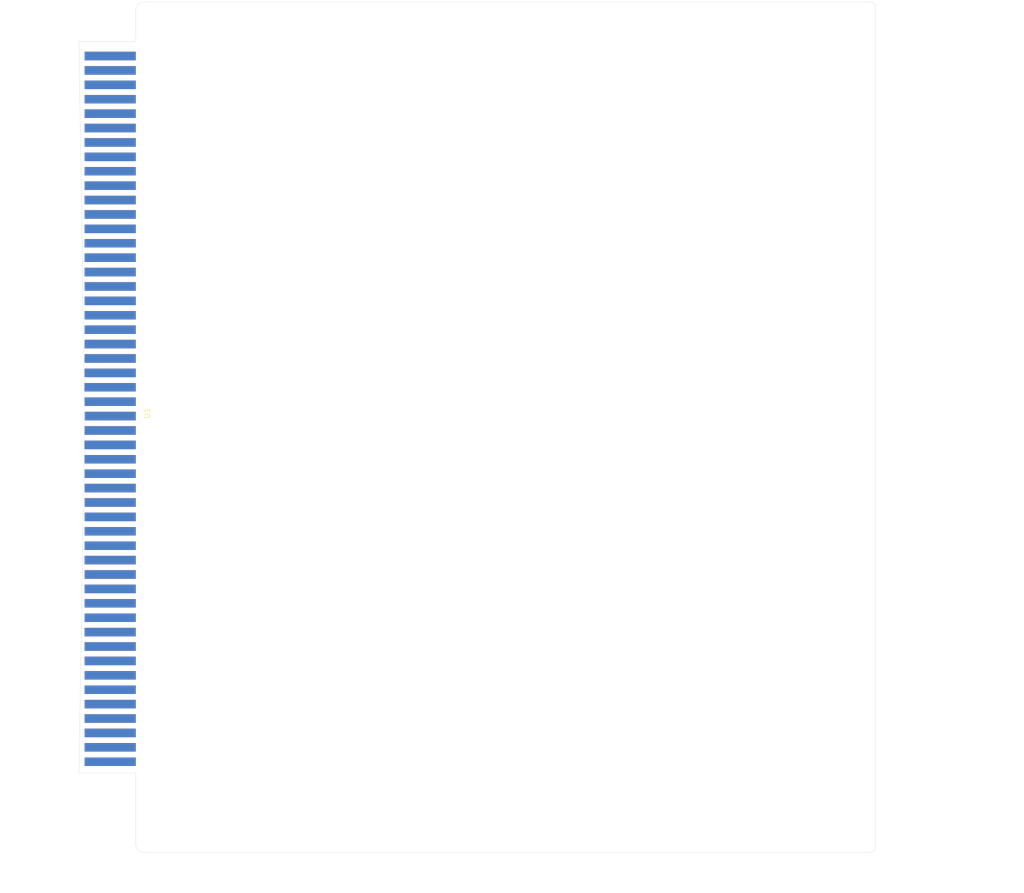
<source format=kicad_pcb>
(kicad_pcb (version 20171130) (host pcbnew "(5.1.6-0-10_14)")

  (general
    (thickness 1.6)
    (drawings 21)
    (tracks 0)
    (zones 0)
    (modules 1)
    (nets 101)
  )

  (page A4)
  (layers
    (0 F.Cu signal)
    (31 B.Cu signal)
    (32 B.Adhes user)
    (33 F.Adhes user)
    (34 B.Paste user)
    (35 F.Paste user)
    (36 B.SilkS user)
    (37 F.SilkS user)
    (38 B.Mask user)
    (39 F.Mask user)
    (40 Dwgs.User user)
    (41 Cmts.User user)
    (42 Eco1.User user)
    (43 Eco2.User user)
    (44 Edge.Cuts user)
    (45 Margin user)
    (46 B.CrtYd user)
    (47 F.CrtYd user)
    (48 B.Fab user)
    (49 F.Fab user)
  )

  (setup
    (last_trace_width 0.25)
    (trace_clearance 0.2)
    (zone_clearance 0.508)
    (zone_45_only no)
    (trace_min 0.2)
    (via_size 0.8)
    (via_drill 0.4)
    (via_min_size 0.4)
    (via_min_drill 0.3)
    (uvia_size 0.3)
    (uvia_drill 0.1)
    (uvias_allowed no)
    (uvia_min_size 0.2)
    (uvia_min_drill 0.1)
    (edge_width 0.05)
    (segment_width 0.2)
    (pcb_text_width 0.3)
    (pcb_text_size 1.5 1.5)
    (mod_edge_width 0.12)
    (mod_text_size 1 1)
    (mod_text_width 0.15)
    (pad_size 1.524 1.524)
    (pad_drill 0.762)
    (pad_to_mask_clearance 0.05)
    (aux_axis_origin 0 0)
    (visible_elements FFFFFF7F)
    (pcbplotparams
      (layerselection 0x010fc_ffffffff)
      (usegerberextensions false)
      (usegerberattributes true)
      (usegerberadvancedattributes true)
      (creategerberjobfile true)
      (excludeedgelayer true)
      (linewidth 0.100000)
      (plotframeref false)
      (viasonmask false)
      (mode 1)
      (useauxorigin false)
      (hpglpennumber 1)
      (hpglpenspeed 20)
      (hpglpendiameter 15.000000)
      (psnegative false)
      (psa4output false)
      (plotreference true)
      (plotvalue true)
      (plotinvisibletext false)
      (padsonsilk false)
      (subtractmaskfromsilk false)
      (outputformat 1)
      (mirror false)
      (drillshape 1)
      (scaleselection 1)
      (outputdirectory ""))
  )

  (net 0 "")
  (net 1 "Net-(U1-Pad100)")
  (net 2 "Net-(U1-Pad99)")
  (net 3 "Net-(U1-Pad98)")
  (net 4 "Net-(U1-Pad97)")
  (net 5 "Net-(U1-Pad96)")
  (net 6 "Net-(U1-Pad95)")
  (net 7 "Net-(U1-Pad94)")
  (net 8 "Net-(U1-Pad93)")
  (net 9 "Net-(U1-Pad92)")
  (net 10 "Net-(U1-Pad91)")
  (net 11 "Net-(U1-Pad90)")
  (net 12 "Net-(U1-Pad89)")
  (net 13 "Net-(U1-Pad88)")
  (net 14 "Net-(U1-Pad87)")
  (net 15 "Net-(U1-Pad86)")
  (net 16 "Net-(U1-Pad85)")
  (net 17 "Net-(U1-Pad84)")
  (net 18 "Net-(U1-Pad83)")
  (net 19 "Net-(U1-Pad82)")
  (net 20 "Net-(U1-Pad81)")
  (net 21 "Net-(U1-Pad80)")
  (net 22 "Net-(U1-Pad79)")
  (net 23 "Net-(U1-Pad78)")
  (net 24 "Net-(U1-Pad77)")
  (net 25 "Net-(U1-Pad76)")
  (net 26 "Net-(U1-Pad75)")
  (net 27 "Net-(U1-Pad74)")
  (net 28 "Net-(U1-Pad73)")
  (net 29 "Net-(U1-Pad72)")
  (net 30 "Net-(U1-Pad71)")
  (net 31 "Net-(U1-Pad70)")
  (net 32 "Net-(U1-Pad69)")
  (net 33 "Net-(U1-Pad68)")
  (net 34 "Net-(U1-Pad67)")
  (net 35 "Net-(U1-Pad66)")
  (net 36 "Net-(U1-Pad65)")
  (net 37 "Net-(U1-Pad64)")
  (net 38 "Net-(U1-Pad63)")
  (net 39 "Net-(U1-Pad62)")
  (net 40 "Net-(U1-Pad61)")
  (net 41 "Net-(U1-Pad60)")
  (net 42 "Net-(U1-Pad59)")
  (net 43 "Net-(U1-Pad58)")
  (net 44 "Net-(U1-Pad57)")
  (net 45 "Net-(U1-Pad56)")
  (net 46 "Net-(U1-Pad55)")
  (net 47 "Net-(U1-Pad54)")
  (net 48 "Net-(U1-Pad53)")
  (net 49 "Net-(U1-Pad52)")
  (net 50 "Net-(U1-Pad51)")
  (net 51 "Net-(U1-Pad50)")
  (net 52 "Net-(U1-Pad49)")
  (net 53 "Net-(U1-Pad48)")
  (net 54 "Net-(U1-Pad47)")
  (net 55 "Net-(U1-Pad46)")
  (net 56 "Net-(U1-Pad45)")
  (net 57 "Net-(U1-Pad44)")
  (net 58 "Net-(U1-Pad43)")
  (net 59 "Net-(U1-Pad42)")
  (net 60 "Net-(U1-Pad41)")
  (net 61 "Net-(U1-Pad40)")
  (net 62 "Net-(U1-Pad39)")
  (net 63 "Net-(U1-Pad38)")
  (net 64 "Net-(U1-Pad37)")
  (net 65 "Net-(U1-Pad36)")
  (net 66 "Net-(U1-Pad35)")
  (net 67 "Net-(U1-Pad34)")
  (net 68 "Net-(U1-Pad33)")
  (net 69 "Net-(U1-Pad32)")
  (net 70 "Net-(U1-Pad31)")
  (net 71 "Net-(U1-Pad30)")
  (net 72 "Net-(U1-Pad29)")
  (net 73 "Net-(U1-Pad28)")
  (net 74 "Net-(U1-Pad27)")
  (net 75 "Net-(U1-Pad26)")
  (net 76 "Net-(U1-Pad25)")
  (net 77 "Net-(U1-Pad24)")
  (net 78 "Net-(U1-Pad23)")
  (net 79 "Net-(U1-Pad22)")
  (net 80 "Net-(U1-Pad21)")
  (net 81 "Net-(U1-Pad20)")
  (net 82 "Net-(U1-Pad19)")
  (net 83 "Net-(U1-Pad18)")
  (net 84 "Net-(U1-Pad17)")
  (net 85 "Net-(U1-Pad16)")
  (net 86 "Net-(U1-Pad15)")
  (net 87 "Net-(U1-Pad14)")
  (net 88 "Net-(U1-Pad13)")
  (net 89 "Net-(U1-Pad12)")
  (net 90 "Net-(U1-Pad11)")
  (net 91 "Net-(U1-Pad10)")
  (net 92 "Net-(U1-Pad9)")
  (net 93 "Net-(U1-Pad8)")
  (net 94 "Net-(U1-Pad7)")
  (net 95 "Net-(U1-Pad6)")
  (net 96 "Net-(U1-Pad5)")
  (net 97 "Net-(U1-Pad4)")
  (net 98 "Net-(U1-Pad3)")
  (net 99 "Net-(U1-Pad2)")
  (net 100 "Net-(U1-Pad1)")

  (net_class Default "This is the default net class."
    (clearance 0.2)
    (trace_width 0.25)
    (via_dia 0.8)
    (via_drill 0.4)
    (uvia_dia 0.3)
    (uvia_drill 0.1)
    (add_net "Net-(U1-Pad1)")
    (add_net "Net-(U1-Pad10)")
    (add_net "Net-(U1-Pad100)")
    (add_net "Net-(U1-Pad11)")
    (add_net "Net-(U1-Pad12)")
    (add_net "Net-(U1-Pad13)")
    (add_net "Net-(U1-Pad14)")
    (add_net "Net-(U1-Pad15)")
    (add_net "Net-(U1-Pad16)")
    (add_net "Net-(U1-Pad17)")
    (add_net "Net-(U1-Pad18)")
    (add_net "Net-(U1-Pad19)")
    (add_net "Net-(U1-Pad2)")
    (add_net "Net-(U1-Pad20)")
    (add_net "Net-(U1-Pad21)")
    (add_net "Net-(U1-Pad22)")
    (add_net "Net-(U1-Pad23)")
    (add_net "Net-(U1-Pad24)")
    (add_net "Net-(U1-Pad25)")
    (add_net "Net-(U1-Pad26)")
    (add_net "Net-(U1-Pad27)")
    (add_net "Net-(U1-Pad28)")
    (add_net "Net-(U1-Pad29)")
    (add_net "Net-(U1-Pad3)")
    (add_net "Net-(U1-Pad30)")
    (add_net "Net-(U1-Pad31)")
    (add_net "Net-(U1-Pad32)")
    (add_net "Net-(U1-Pad33)")
    (add_net "Net-(U1-Pad34)")
    (add_net "Net-(U1-Pad35)")
    (add_net "Net-(U1-Pad36)")
    (add_net "Net-(U1-Pad37)")
    (add_net "Net-(U1-Pad38)")
    (add_net "Net-(U1-Pad39)")
    (add_net "Net-(U1-Pad4)")
    (add_net "Net-(U1-Pad40)")
    (add_net "Net-(U1-Pad41)")
    (add_net "Net-(U1-Pad42)")
    (add_net "Net-(U1-Pad43)")
    (add_net "Net-(U1-Pad44)")
    (add_net "Net-(U1-Pad45)")
    (add_net "Net-(U1-Pad46)")
    (add_net "Net-(U1-Pad47)")
    (add_net "Net-(U1-Pad48)")
    (add_net "Net-(U1-Pad49)")
    (add_net "Net-(U1-Pad5)")
    (add_net "Net-(U1-Pad50)")
    (add_net "Net-(U1-Pad51)")
    (add_net "Net-(U1-Pad52)")
    (add_net "Net-(U1-Pad53)")
    (add_net "Net-(U1-Pad54)")
    (add_net "Net-(U1-Pad55)")
    (add_net "Net-(U1-Pad56)")
    (add_net "Net-(U1-Pad57)")
    (add_net "Net-(U1-Pad58)")
    (add_net "Net-(U1-Pad59)")
    (add_net "Net-(U1-Pad6)")
    (add_net "Net-(U1-Pad60)")
    (add_net "Net-(U1-Pad61)")
    (add_net "Net-(U1-Pad62)")
    (add_net "Net-(U1-Pad63)")
    (add_net "Net-(U1-Pad64)")
    (add_net "Net-(U1-Pad65)")
    (add_net "Net-(U1-Pad66)")
    (add_net "Net-(U1-Pad67)")
    (add_net "Net-(U1-Pad68)")
    (add_net "Net-(U1-Pad69)")
    (add_net "Net-(U1-Pad7)")
    (add_net "Net-(U1-Pad70)")
    (add_net "Net-(U1-Pad71)")
    (add_net "Net-(U1-Pad72)")
    (add_net "Net-(U1-Pad73)")
    (add_net "Net-(U1-Pad74)")
    (add_net "Net-(U1-Pad75)")
    (add_net "Net-(U1-Pad76)")
    (add_net "Net-(U1-Pad77)")
    (add_net "Net-(U1-Pad78)")
    (add_net "Net-(U1-Pad79)")
    (add_net "Net-(U1-Pad8)")
    (add_net "Net-(U1-Pad80)")
    (add_net "Net-(U1-Pad81)")
    (add_net "Net-(U1-Pad82)")
    (add_net "Net-(U1-Pad83)")
    (add_net "Net-(U1-Pad84)")
    (add_net "Net-(U1-Pad85)")
    (add_net "Net-(U1-Pad86)")
    (add_net "Net-(U1-Pad87)")
    (add_net "Net-(U1-Pad88)")
    (add_net "Net-(U1-Pad89)")
    (add_net "Net-(U1-Pad9)")
    (add_net "Net-(U1-Pad90)")
    (add_net "Net-(U1-Pad91)")
    (add_net "Net-(U1-Pad92)")
    (add_net "Net-(U1-Pad93)")
    (add_net "Net-(U1-Pad94)")
    (add_net "Net-(U1-Pad95)")
    (add_net "Net-(U1-Pad96)")
    (add_net "Net-(U1-Pad97)")
    (add_net "Net-(U1-Pad98)")
    (add_net "Net-(U1-Pad99)")
  )

  (module Connector_PCBEdge:X68K-IO-100-Conn (layer F.Cu) (tedit 5EF24117) (tstamp 5EF26E57)
    (at 36 167.5 270)
    (descr "X68000 IO Bus Edge Connector")
    (tags "BUS X68K Edge connector")
    (path /5EF7540F)
    (attr virtual)
    (fp_text reference U1 (at -63.46 -1.99 90) (layer F.SilkS)
      (effects (font (size 1 1) (thickness 0.15)))
    )
    (fp_text value X68K_IO_100 (at -84.41 -1.99 90) (layer F.Fab)
      (effects (font (size 1 1) (thickness 0.15)))
    )
    (fp_line (start 0 0) (end 0 10) (layer F.Fab) (width 0.1))
    (fp_line (start -129 0) (end 0 0) (layer F.Fab) (width 0.1))
    (fp_line (start -129 10) (end -129 0) (layer F.Fab) (width 0.1))
    (fp_line (start -64.5 9) (end -129 10) (layer F.Fab) (width 0.1))
    (fp_line (start 0 10) (end -64.5 9) (layer F.Fab) (width 0.1))
    (pad 100 connect rect (at -126.46 4.5 270) (size 1.5 9) (layers B.Cu B.Mask)
      (net 1 "Net-(U1-Pad100)"))
    (pad 99 connect rect (at -123.92 4.5 270) (size 1.5 9) (layers B.Cu B.Mask)
      (net 2 "Net-(U1-Pad99)"))
    (pad 98 connect rect (at -121.38 4.5 270) (size 1.5 9) (layers B.Cu B.Mask)
      (net 3 "Net-(U1-Pad98)"))
    (pad 97 connect rect (at -118.84 4.5 270) (size 1.5 9) (layers B.Cu B.Mask)
      (net 4 "Net-(U1-Pad97)"))
    (pad 96 connect rect (at -116.3 4.5 270) (size 1.5 9) (layers B.Cu B.Mask)
      (net 5 "Net-(U1-Pad96)"))
    (pad 95 connect rect (at -113.76 4.5 270) (size 1.5 9) (layers B.Cu B.Mask)
      (net 6 "Net-(U1-Pad95)"))
    (pad 94 connect rect (at -111.22 4.5 270) (size 1.5 9) (layers B.Cu B.Mask)
      (net 7 "Net-(U1-Pad94)"))
    (pad 93 connect rect (at -108.68 4.5 270) (size 1.5 9) (layers B.Cu B.Mask)
      (net 8 "Net-(U1-Pad93)"))
    (pad 92 connect rect (at -106.14 4.5 270) (size 1.5 9) (layers B.Cu B.Mask)
      (net 9 "Net-(U1-Pad92)"))
    (pad 91 connect rect (at -103.6 4.5 270) (size 1.5 9) (layers B.Cu B.Mask)
      (net 10 "Net-(U1-Pad91)"))
    (pad 90 connect rect (at -101.06 4.5 270) (size 1.5 9) (layers B.Cu B.Mask)
      (net 11 "Net-(U1-Pad90)"))
    (pad 89 connect rect (at -98.52 4.5 270) (size 1.5 9) (layers B.Cu B.Mask)
      (net 12 "Net-(U1-Pad89)"))
    (pad 88 connect rect (at -95.98 4.5 270) (size 1.5 9) (layers B.Cu B.Mask)
      (net 13 "Net-(U1-Pad88)"))
    (pad 87 connect rect (at -93.44 4.5 270) (size 1.5 9) (layers B.Cu B.Mask)
      (net 14 "Net-(U1-Pad87)"))
    (pad 86 connect rect (at -90.9 4.5 270) (size 1.5 9) (layers B.Cu B.Mask)
      (net 15 "Net-(U1-Pad86)"))
    (pad 85 connect rect (at -88.36 4.5 270) (size 1.5 9) (layers B.Cu B.Mask)
      (net 16 "Net-(U1-Pad85)"))
    (pad 84 connect rect (at -85.82 4.5 270) (size 1.5 9) (layers B.Cu B.Mask)
      (net 17 "Net-(U1-Pad84)"))
    (pad 83 connect rect (at -83.28 4.5 270) (size 1.5 9) (layers B.Cu B.Mask)
      (net 18 "Net-(U1-Pad83)"))
    (pad 82 connect rect (at -80.74 4.5 270) (size 1.5 9) (layers B.Cu B.Mask)
      (net 19 "Net-(U1-Pad82)"))
    (pad 81 connect rect (at -78.2 4.5 270) (size 1.5 9) (layers B.Cu B.Mask)
      (net 20 "Net-(U1-Pad81)"))
    (pad 80 connect rect (at -75.66 4.5 270) (size 1.5 9) (layers B.Cu B.Mask)
      (net 21 "Net-(U1-Pad80)"))
    (pad 79 connect rect (at -73.12 4.5 270) (size 1.5 9) (layers B.Cu B.Mask)
      (net 22 "Net-(U1-Pad79)"))
    (pad 78 connect rect (at -70.58 4.5 270) (size 1.5 9) (layers B.Cu B.Mask)
      (net 23 "Net-(U1-Pad78)"))
    (pad 77 connect rect (at -68.04 4.5 270) (size 1.5 9) (layers B.Cu B.Mask)
      (net 24 "Net-(U1-Pad77)"))
    (pad 76 connect rect (at -65.5 4.5 270) (size 1.5 9) (layers B.Cu B.Mask)
      (net 25 "Net-(U1-Pad76)"))
    (pad 75 connect rect (at -62.96 4.5 270) (size 1.5 9) (layers B.Cu B.Mask)
      (net 26 "Net-(U1-Pad75)"))
    (pad 74 connect rect (at -60.42 4.5 270) (size 1.5 9) (layers B.Cu B.Mask)
      (net 27 "Net-(U1-Pad74)"))
    (pad 73 connect rect (at -57.88 4.5 270) (size 1.5 9) (layers B.Cu B.Mask)
      (net 28 "Net-(U1-Pad73)"))
    (pad 72 connect rect (at -55.34 4.5 270) (size 1.5 9) (layers B.Cu B.Mask)
      (net 29 "Net-(U1-Pad72)"))
    (pad 71 connect rect (at -52.8 4.5 270) (size 1.5 9) (layers B.Cu B.Mask)
      (net 30 "Net-(U1-Pad71)"))
    (pad 70 connect rect (at -50.26 4.5 270) (size 1.5 9) (layers B.Cu B.Mask)
      (net 31 "Net-(U1-Pad70)"))
    (pad 69 connect rect (at -47.72 4.5 270) (size 1.5 9) (layers B.Cu B.Mask)
      (net 32 "Net-(U1-Pad69)"))
    (pad 68 connect rect (at -45.18 4.5 270) (size 1.5 9) (layers B.Cu B.Mask)
      (net 33 "Net-(U1-Pad68)"))
    (pad 67 connect rect (at -42.64 4.5 270) (size 1.5 9) (layers B.Cu B.Mask)
      (net 34 "Net-(U1-Pad67)"))
    (pad 66 connect rect (at -40.1 4.5 270) (size 1.5 9) (layers B.Cu B.Mask)
      (net 35 "Net-(U1-Pad66)"))
    (pad 65 connect rect (at -37.56 4.5 270) (size 1.5 9) (layers B.Cu B.Mask)
      (net 36 "Net-(U1-Pad65)"))
    (pad 64 connect rect (at -35.02 4.5 270) (size 1.5 9) (layers B.Cu B.Mask)
      (net 37 "Net-(U1-Pad64)"))
    (pad 63 connect rect (at -32.48 4.5 270) (size 1.5 9) (layers B.Cu B.Mask)
      (net 38 "Net-(U1-Pad63)"))
    (pad 62 connect rect (at -29.94 4.5 270) (size 1.5 9) (layers B.Cu B.Mask)
      (net 39 "Net-(U1-Pad62)"))
    (pad 61 connect rect (at -27.4 4.5 270) (size 1.5 9) (layers B.Cu B.Mask)
      (net 40 "Net-(U1-Pad61)"))
    (pad 60 connect rect (at -24.86 4.5 270) (size 1.5 9) (layers B.Cu B.Mask)
      (net 41 "Net-(U1-Pad60)"))
    (pad 59 connect rect (at -22.32 4.5 270) (size 1.5 9) (layers B.Cu B.Mask)
      (net 42 "Net-(U1-Pad59)"))
    (pad 58 connect rect (at -19.78 4.5 270) (size 1.5 9) (layers B.Cu B.Mask)
      (net 43 "Net-(U1-Pad58)"))
    (pad 57 connect rect (at -17.24 4.5 270) (size 1.5 9) (layers B.Cu B.Mask)
      (net 44 "Net-(U1-Pad57)"))
    (pad 56 connect rect (at -14.7 4.5 270) (size 1.5 9) (layers B.Cu B.Mask)
      (net 45 "Net-(U1-Pad56)"))
    (pad 55 connect rect (at -12.16 4.5 270) (size 1.5 9) (layers B.Cu B.Mask)
      (net 46 "Net-(U1-Pad55)"))
    (pad 54 connect rect (at -9.62 4.5 270) (size 1.5 9) (layers B.Cu B.Mask)
      (net 47 "Net-(U1-Pad54)"))
    (pad 53 connect rect (at -7.08 4.5 270) (size 1.5 9) (layers B.Cu B.Mask)
      (net 48 "Net-(U1-Pad53)"))
    (pad 52 connect rect (at -4.54 4.5 270) (size 1.5 9) (layers B.Cu B.Mask)
      (net 49 "Net-(U1-Pad52)"))
    (pad 51 connect rect (at -2 4.5 270) (size 1.5 9) (layers B.Cu B.Mask)
      (net 50 "Net-(U1-Pad51)"))
    (pad 50 connect rect (at -126.46 4.5 270) (size 1.5 9) (layers F.Cu F.Mask)
      (net 51 "Net-(U1-Pad50)"))
    (pad 49 connect rect (at -123.92 4.5 270) (size 1.5 9) (layers F.Cu F.Mask)
      (net 52 "Net-(U1-Pad49)"))
    (pad 48 connect rect (at -121.38 4.5 270) (size 1.5 9) (layers F.Cu F.Mask)
      (net 53 "Net-(U1-Pad48)"))
    (pad 47 connect rect (at -118.84 4.5 270) (size 1.5 9) (layers F.Cu F.Mask)
      (net 54 "Net-(U1-Pad47)"))
    (pad 46 connect rect (at -116.3 4.5 270) (size 1.5 9) (layers F.Cu F.Mask)
      (net 55 "Net-(U1-Pad46)"))
    (pad 45 connect rect (at -113.76 4.5 270) (size 1.5 9) (layers F.Cu F.Mask)
      (net 56 "Net-(U1-Pad45)"))
    (pad 44 connect rect (at -111.22 4.5 270) (size 1.5 9) (layers F.Cu F.Mask)
      (net 57 "Net-(U1-Pad44)"))
    (pad 43 connect rect (at -108.68 4.5 270) (size 1.5 9) (layers F.Cu F.Mask)
      (net 58 "Net-(U1-Pad43)"))
    (pad 42 connect rect (at -106.14 4.5 270) (size 1.5 9) (layers F.Cu F.Mask)
      (net 59 "Net-(U1-Pad42)"))
    (pad 41 connect rect (at -103.6 4.5 270) (size 1.5 9) (layers F.Cu F.Mask)
      (net 60 "Net-(U1-Pad41)"))
    (pad 40 connect rect (at -101.06 4.5 270) (size 1.5 9) (layers F.Cu F.Mask)
      (net 61 "Net-(U1-Pad40)"))
    (pad 39 connect rect (at -98.52 4.5 270) (size 1.5 9) (layers F.Cu F.Mask)
      (net 62 "Net-(U1-Pad39)"))
    (pad 38 connect rect (at -95.98 4.5 270) (size 1.5 9) (layers F.Cu F.Mask)
      (net 63 "Net-(U1-Pad38)"))
    (pad 37 connect rect (at -93.44 4.5 270) (size 1.5 9) (layers F.Cu F.Mask)
      (net 64 "Net-(U1-Pad37)"))
    (pad 36 connect rect (at -90.9 4.5 270) (size 1.5 9) (layers F.Cu F.Mask)
      (net 65 "Net-(U1-Pad36)"))
    (pad 35 connect rect (at -88.36 4.5 270) (size 1.5 9) (layers F.Cu F.Mask)
      (net 66 "Net-(U1-Pad35)"))
    (pad 34 connect rect (at -85.82 4.5 270) (size 1.5 9) (layers F.Cu F.Mask)
      (net 67 "Net-(U1-Pad34)"))
    (pad 33 connect rect (at -83.28 4.5 270) (size 1.5 9) (layers F.Cu F.Mask)
      (net 68 "Net-(U1-Pad33)"))
    (pad 32 connect rect (at -80.74 4.5 270) (size 1.5 9) (layers F.Cu F.Mask)
      (net 69 "Net-(U1-Pad32)"))
    (pad 31 connect rect (at -78.2 4.5 270) (size 1.5 9) (layers F.Cu F.Mask)
      (net 70 "Net-(U1-Pad31)"))
    (pad 30 connect rect (at -75.66 4.5 270) (size 1.5 9) (layers F.Cu F.Mask)
      (net 71 "Net-(U1-Pad30)"))
    (pad 29 connect rect (at -73.12 4.5 270) (size 1.5 9) (layers F.Cu F.Mask)
      (net 72 "Net-(U1-Pad29)"))
    (pad 28 connect rect (at -70.58 4.5 270) (size 1.5 9) (layers F.Cu F.Mask)
      (net 73 "Net-(U1-Pad28)"))
    (pad 27 connect rect (at -68.04 4.5 270) (size 1.5 9) (layers F.Cu F.Mask)
      (net 74 "Net-(U1-Pad27)"))
    (pad 26 connect rect (at -65.5 4.5 270) (size 1.5 9) (layers F.Cu F.Mask)
      (net 75 "Net-(U1-Pad26)"))
    (pad 25 connect rect (at -62.96 4.5 270) (size 1.5 9) (layers F.Cu F.Mask)
      (net 76 "Net-(U1-Pad25)"))
    (pad 24 connect rect (at -60.42 4.5 270) (size 1.5 9) (layers F.Cu F.Mask)
      (net 77 "Net-(U1-Pad24)"))
    (pad 23 connect rect (at -57.88 4.5 270) (size 1.5 9) (layers F.Cu F.Mask)
      (net 78 "Net-(U1-Pad23)"))
    (pad 22 connect rect (at -55.34 4.5 270) (size 1.5 9) (layers F.Cu F.Mask)
      (net 79 "Net-(U1-Pad22)"))
    (pad 21 connect rect (at -52.8 4.5 270) (size 1.5 9) (layers F.Cu F.Mask)
      (net 80 "Net-(U1-Pad21)"))
    (pad 20 connect rect (at -50.26 4.5 270) (size 1.5 9) (layers F.Cu F.Mask)
      (net 81 "Net-(U1-Pad20)"))
    (pad 19 connect rect (at -47.72 4.5 270) (size 1.5 9) (layers F.Cu F.Mask)
      (net 82 "Net-(U1-Pad19)"))
    (pad 18 connect rect (at -45.18 4.5 270) (size 1.5 9) (layers F.Cu F.Mask)
      (net 83 "Net-(U1-Pad18)"))
    (pad 17 connect rect (at -42.64 4.5 270) (size 1.5 9) (layers F.Cu F.Mask)
      (net 84 "Net-(U1-Pad17)"))
    (pad 16 connect rect (at -40.1 4.5 270) (size 1.5 9) (layers F.Cu F.Mask)
      (net 85 "Net-(U1-Pad16)"))
    (pad 15 connect rect (at -37.56 4.5 270) (size 1.5 9) (layers F.Cu F.Mask)
      (net 86 "Net-(U1-Pad15)"))
    (pad 14 connect rect (at -35.02 4.5 270) (size 1.5 9) (layers F.Cu F.Mask)
      (net 87 "Net-(U1-Pad14)"))
    (pad 13 connect rect (at -32.48 4.5 270) (size 1.5 9) (layers F.Cu F.Mask)
      (net 88 "Net-(U1-Pad13)"))
    (pad 12 connect rect (at -29.94 4.5 270) (size 1.5 9) (layers F.Cu F.Mask)
      (net 89 "Net-(U1-Pad12)"))
    (pad 11 connect rect (at -27.4 4.5 270) (size 1.5 9) (layers F.Cu F.Mask)
      (net 90 "Net-(U1-Pad11)"))
    (pad 10 connect rect (at -24.86 4.5 270) (size 1.5 9) (layers F.Cu F.Mask)
      (net 91 "Net-(U1-Pad10)"))
    (pad 9 connect rect (at -22.32 4.5 270) (size 1.5 9) (layers F.Cu F.Mask)
      (net 92 "Net-(U1-Pad9)"))
    (pad 8 connect rect (at -19.78 4.5 270) (size 1.5 9) (layers F.Cu F.Mask)
      (net 93 "Net-(U1-Pad8)"))
    (pad 7 connect rect (at -17.24 4.5 270) (size 1.5 9) (layers F.Cu F.Mask)
      (net 94 "Net-(U1-Pad7)"))
    (pad 6 connect rect (at -14.7 4.5 270) (size 1.5 9) (layers F.Cu F.Mask)
      (net 95 "Net-(U1-Pad6)"))
    (pad 5 connect rect (at -12.16 4.5 270) (size 1.5 9) (layers F.Cu F.Mask)
      (net 96 "Net-(U1-Pad5)"))
    (pad 4 connect rect (at -9.62 4.5 270) (size 1.5 9) (layers F.Cu F.Mask)
      (net 97 "Net-(U1-Pad4)"))
    (pad 3 connect rect (at -7.08 4.5 270) (size 1.5 9) (layers F.Cu F.Mask)
      (net 98 "Net-(U1-Pad3)"))
    (pad 2 connect rect (at -4.54 4.5 270) (size 1.5 9) (layers F.Cu F.Mask)
      (net 99 "Net-(U1-Pad2)"))
    (pad 1 connect rect (at -2 4.5 270) (size 1.5 9) (layers F.Cu F.Mask)
      (net 100 "Net-(U1-Pad1)"))
  )

  (gr_arc (start 165.5 180.5) (end 165.5 181.5) (angle -90) (layer Edge.Cuts) (width 0.05))
  (gr_arc (start 37.5 180) (end 36 180) (angle -90) (layer Edge.Cuts) (width 0.05))
  (gr_arc (start 37.5 33) (end 37.5 31.5) (angle -90) (layer Edge.Cuts) (width 0.05))
  (gr_arc (start 165.5 32.5) (end 166.5 32.5) (angle -90) (layer Edge.Cuts) (width 0.05))
  (gr_line (start 166.5 32.5) (end 166.5 180.5) (layer Edge.Cuts) (width 0.05))
  (gr_line (start 37.5 31.5) (end 165.5 31.5) (layer Edge.Cuts) (width 0.05))
  (gr_line (start 36 38.5) (end 36 33) (layer Edge.Cuts) (width 0.05))
  (gr_line (start 26 38.5) (end 36 38.5) (layer Edge.Cuts) (width 0.05))
  (gr_line (start 27 104.5) (end 26 38.5) (layer Edge.Cuts) (width 0.05))
  (gr_line (start 26 167.5) (end 27 104.5) (layer Edge.Cuts) (width 0.05))
  (gr_line (start 36 167.5) (end 26 167.5) (layer Edge.Cuts) (width 0.05))
  (gr_line (start 36 180) (end 36 167.5) (layer Edge.Cuts) (width 0.05))
  (gr_line (start 165.5 181.5) (end 37.5 181.5) (layer Edge.Cuts) (width 0.05))
  (dimension 150 (width 0.12) (layer Eco1.User)
    (gr_text "150.000 mm" (at 191.27 106.5 90) (layer Eco1.User)
      (effects (font (size 1 1) (thickness 0.15)))
    )
    (feature1 (pts (xy 166.5 31.5) (xy 190.586421 31.5)))
    (feature2 (pts (xy 166.5 181.5) (xy 190.586421 181.5)))
    (crossbar (pts (xy 190 181.5) (xy 190 31.5)))
    (arrow1a (pts (xy 190 31.5) (xy 190.586421 32.626504)))
    (arrow1b (pts (xy 190 31.5) (xy 189.413579 32.626504)))
    (arrow2a (pts (xy 190 181.5) (xy 190.586421 180.373496)))
    (arrow2b (pts (xy 190 181.5) (xy 189.413579 180.373496)))
  )
  (dimension 130.4 (width 0.12) (layer Eco1.User)
    (gr_text "130.400 mm" (at 101.3 189.27) (layer Eco1.User)
      (effects (font (size 1 1) (thickness 0.15)))
    )
    (feature1 (pts (xy 166.5 181.5) (xy 166.5 188.586421)))
    (feature2 (pts (xy 36.1 181.5) (xy 36.1 188.586421)))
    (crossbar (pts (xy 36.1 188) (xy 166.5 188)))
    (arrow1a (pts (xy 166.5 188) (xy 165.373496 188.586421)))
    (arrow1b (pts (xy 166.5 188) (xy 165.373496 187.413579)))
    (arrow2a (pts (xy 36.1 188) (xy 37.226504 188.586421)))
    (arrow2b (pts (xy 36.1 188) (xy 37.226504 187.413579)))
  )
  (dimension 7.000714 (width 0.12) (layer Eco1.User)
    (gr_text "7.001 mm" (at 15.762583 34.71018 89.18154454) (layer Eco1.User)
      (effects (font (size 1 1) (thickness 0.15)))
    )
    (feature1 (pts (xy 36.1 31.5) (xy 16.496093 31.219944)))
    (feature2 (pts (xy 36 38.5) (xy 16.396093 38.219944)))
    (crossbar (pts (xy 16.982453 38.228321) (xy 17.082453 31.228321)))
    (arrow1a (pts (xy 17.082453 31.228321) (xy 17.652723 32.363086)))
    (arrow1b (pts (xy 17.082453 31.228321) (xy 16.480001 32.346333)))
    (arrow2a (pts (xy 16.982453 38.228321) (xy 17.584905 37.110309)))
    (arrow2b (pts (xy 16.982453 38.228321) (xy 16.412183 37.093556)))
  )
  (dimension 14.000357 (width 0.12) (layer Eco1.User)
    (gr_text "14.000 mm" (at 16.777379 174.637661 -89.59075139) (layer Eco1.User)
      (effects (font (size 1 1) (thickness 0.15)))
    )
    (feature1 (pts (xy 36 167.5) (xy 17.410941 167.632779)))
    (feature2 (pts (xy 36.1 181.5) (xy 17.510941 181.632779)))
    (crossbar (pts (xy 18.097347 181.62859) (xy 17.997347 167.62859)))
    (arrow1a (pts (xy 17.997347 167.62859) (xy 18.591799 168.750876)))
    (arrow1b (pts (xy 17.997347 167.62859) (xy 17.418987 168.759254)))
    (arrow2a (pts (xy 18.097347 181.62859) (xy 18.675707 180.497926)))
    (arrow2b (pts (xy 18.097347 181.62859) (xy 17.502895 180.506304)))
  )
  (gr_line (start 36.1 31.5) (end 36.1 181.5) (layer Eco1.User) (width 0.12) (tstamp 5EF2725E))
  (gr_line (start 166.5 31.5) (end 36.1 31.5) (layer Eco1.User) (width 0.12))
  (gr_line (start 166.5 181.5) (end 166.5 31.5) (layer Eco1.User) (width 0.12))
  (gr_line (start 166.5 181.5) (end 36.1 181.5) (layer Eco1.User) (width 0.2))

)

</source>
